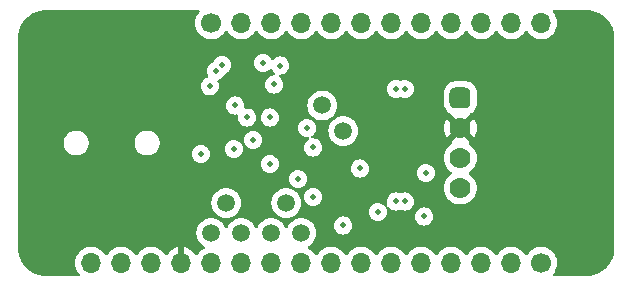
<source format=gbr>
%TF.GenerationSoftware,KiCad,Pcbnew,8.0.5*%
%TF.CreationDate,2024-09-24T12:34:27-04:00*%
%TF.ProjectId,afe-featherwing,6166652d-6665-4617-9468-657277696e67,rev?*%
%TF.SameCoordinates,Original*%
%TF.FileFunction,Copper,L2,Inr*%
%TF.FilePolarity,Positive*%
%FSLAX46Y46*%
G04 Gerber Fmt 4.6, Leading zero omitted, Abs format (unit mm)*
G04 Created by KiCad (PCBNEW 8.0.5) date 2024-09-24 12:34:27*
%MOMM*%
%LPD*%
G01*
G04 APERTURE LIST*
G04 Aperture macros list*
%AMRoundRect*
0 Rectangle with rounded corners*
0 $1 Rounding radius*
0 $2 $3 $4 $5 $6 $7 $8 $9 X,Y pos of 4 corners*
0 Add a 4 corners polygon primitive as box body*
4,1,4,$2,$3,$4,$5,$6,$7,$8,$9,$2,$3,0*
0 Add four circle primitives for the rounded corners*
1,1,$1+$1,$2,$3*
1,1,$1+$1,$4,$5*
1,1,$1+$1,$6,$7*
1,1,$1+$1,$8,$9*
0 Add four rect primitives between the rounded corners*
20,1,$1+$1,$2,$3,$4,$5,0*
20,1,$1+$1,$4,$5,$6,$7,0*
20,1,$1+$1,$6,$7,$8,$9,0*
20,1,$1+$1,$8,$9,$2,$3,0*%
G04 Aperture macros list end*
%TA.AperFunction,ComponentPad*%
%ADD10C,1.500000*%
%TD*%
%TA.AperFunction,ComponentPad*%
%ADD11RoundRect,0.444500X-0.444500X0.444500X-0.444500X-0.444500X0.444500X-0.444500X0.444500X0.444500X0*%
%TD*%
%TA.AperFunction,ComponentPad*%
%ADD12C,1.778000*%
%TD*%
%TA.AperFunction,ComponentPad*%
%ADD13C,1.700000*%
%TD*%
%TA.AperFunction,ComponentPad*%
%ADD14O,1.700000X1.700000*%
%TD*%
%TA.AperFunction,ViaPad*%
%ADD15C,0.508000*%
%TD*%
G04 APERTURE END LIST*
D10*
%TO.N,/ENVF_OUT_SCALED*%
%TO.C,TP8*%
X154940000Y-97790000D03*
%TD*%
%TO.N,/EF_OUT*%
%TO.C,TP7*%
X159766000Y-91694000D03*
%TD*%
%TO.N,/AMP_OUT {slash} EF_IN*%
%TO.C,TP6*%
X157988000Y-89535000D03*
%TD*%
%TO.N,/A3*%
%TO.C,TP5*%
X156210000Y-100330000D03*
%TD*%
%TO.N,/A2*%
%TO.C,TP4*%
X153670000Y-100330000D03*
%TD*%
%TO.N,/A1*%
%TO.C,TP3*%
X151130000Y-100330000D03*
%TD*%
%TO.N,/A0*%
%TO.C,TP2*%
X148590000Y-100330000D03*
%TD*%
%TO.N,/AMP_OUT_SCALED*%
%TO.C,TP1*%
X149860000Y-97790000D03*
%TD*%
D11*
%TO.N,+12V*%
%TO.C,J5*%
X169672000Y-88900000D03*
D12*
%TO.N,GND*%
X169672000Y-91440000D03*
%TO.N,-12V*%
X169672000Y-93980000D03*
%TO.N,Net-(JP10-B)*%
X169672000Y-96520000D03*
%TD*%
D13*
%TO.N,/VBAT*%
%TO.C,J3*%
X148590000Y-82550000D03*
D14*
%TO.N,/~{EN}*%
X151130000Y-82550000D03*
%TO.N,/USB*%
X153670000Y-82550000D03*
%TO.N,/D13*%
X156210000Y-82550000D03*
%TO.N,/D12*%
X158750000Y-82550000D03*
%TO.N,/D11*%
X161290000Y-82550000D03*
%TO.N,/D10*%
X163830000Y-82550000D03*
%TO.N,/D9*%
X166370000Y-82550000D03*
%TO.N,/D6*%
X168910000Y-82550000D03*
%TO.N,unconnected-(J3-Pad10)*%
X171450000Y-82550000D03*
%TO.N,/SCL*%
X173990000Y-82550000D03*
%TO.N,/SDA*%
X176530000Y-82550000D03*
%TD*%
%TO.N,/~{RST}*%
%TO.C,J2*%
X138430000Y-102870000D03*
%TO.N,unconnected-(J2-Pad15)*%
X140970000Y-102870000D03*
%TO.N,/VREF*%
X143510000Y-102870000D03*
%TO.N,GND*%
X146050000Y-102870000D03*
%TO.N,/A0*%
X148590000Y-102870000D03*
%TO.N,/A1*%
X151130000Y-102870000D03*
%TO.N,/A2*%
X153670000Y-102870000D03*
%TO.N,/A3*%
X156210000Y-102870000D03*
%TO.N,unconnected-(J2-Pad8)*%
X158750000Y-102870000D03*
%TO.N,unconnected-(J2-Pad7)*%
X161290000Y-102870000D03*
%TO.N,/SCK*%
X163830000Y-102870000D03*
%TO.N,/MOSI*%
X166370000Y-102870000D03*
%TO.N,/MISO*%
X168910000Y-102870000D03*
%TO.N,/RX*%
X171450000Y-102870000D03*
%TO.N,/TX*%
X173990000Y-102870000D03*
D13*
%TO.N,/USER*%
X176530000Y-102870000D03*
%TD*%
D15*
%TO.N,Net-(JP8-B)*%
X159766000Y-99695000D03*
%TO.N,Net-(JP5-B)*%
X162684400Y-98552000D03*
%TO.N,Net-(JP6-B)*%
X166624000Y-98933000D03*
%TO.N,/EF_BUFFERED*%
X155956000Y-95758000D03*
%TO.N,/RECTIFIER_OUT*%
X161163000Y-94869000D03*
%TO.N,/ENVF_OUT_SCALED*%
X166751000Y-95250000D03*
%TO.N,GND*%
X152019000Y-98806000D03*
X147828000Y-98552000D03*
%TO.N,/AMP_OUT {slash} EF_IN*%
X151638000Y-90551000D03*
X152146000Y-92456000D03*
%TO.N,Net-(JP7-B)*%
X157226000Y-97282000D03*
%TO.N,Net-(JP3-A)*%
X149509400Y-86113835D03*
%TO.N,Net-(JP4-A)*%
X148971000Y-86614000D03*
%TO.N,Net-(JP2-A)*%
X152971974Y-85915974D03*
%TO.N,Net-(JP1-B)*%
X153924000Y-87757000D03*
%TO.N,Net-(JP1-A)*%
X154432615Y-86151654D03*
%TO.N,+12V*%
X148463000Y-87916400D03*
X150622000Y-89535000D03*
X153543000Y-90551000D03*
X156718000Y-91440000D03*
X164973000Y-88138000D03*
X164211000Y-88138000D03*
%TO.N,-12V*%
X147701000Y-93631400D03*
X150495000Y-93218000D03*
X153543000Y-94488000D03*
X157226000Y-93091000D03*
X164973000Y-97663000D03*
X164211000Y-97663000D03*
%TO.N,GND*%
X149606000Y-92075000D03*
X163703000Y-91948000D03*
X163703000Y-90932000D03*
X163703000Y-90043000D03*
X163703000Y-95885000D03*
X163703000Y-94996000D03*
X163703000Y-94107000D03*
X138430000Y-96520000D03*
X139446000Y-96520000D03*
X140208000Y-88646000D03*
X137414000Y-88773000D03*
X142875000Y-88646000D03*
X143891000Y-88646000D03*
X143764000Y-85852000D03*
X142875000Y-85852000D03*
X149987000Y-88392000D03*
X149606000Y-94615000D03*
X149606000Y-90678000D03*
X154940000Y-90551000D03*
%TD*%
%TA.AperFunction,Conductor*%
%TO.N,GND*%
G36*
X147552752Y-81452902D02*
G01*
X147599245Y-81506558D01*
X147609349Y-81576832D01*
X147579855Y-81641412D01*
X147577331Y-81644238D01*
X147514285Y-81712722D01*
X147514275Y-81712734D01*
X147391141Y-81901206D01*
X147300703Y-82107386D01*
X147300702Y-82107387D01*
X147245437Y-82325624D01*
X147245436Y-82325630D01*
X147245436Y-82325632D01*
X147226844Y-82550000D01*
X147239616Y-82704138D01*
X147245437Y-82774375D01*
X147300702Y-82992612D01*
X147300703Y-82992613D01*
X147300704Y-82992616D01*
X147389781Y-83195692D01*
X147391141Y-83198793D01*
X147514275Y-83387265D01*
X147514279Y-83387270D01*
X147666762Y-83552908D01*
X147721331Y-83595381D01*
X147844424Y-83691189D01*
X148042426Y-83798342D01*
X148042427Y-83798342D01*
X148042428Y-83798343D01*
X148116597Y-83823805D01*
X148255365Y-83871444D01*
X148477431Y-83908500D01*
X148477435Y-83908500D01*
X148702565Y-83908500D01*
X148702569Y-83908500D01*
X148924635Y-83871444D01*
X149137574Y-83798342D01*
X149335576Y-83691189D01*
X149513240Y-83552906D01*
X149665722Y-83387268D01*
X149754518Y-83251354D01*
X149808520Y-83205268D01*
X149878868Y-83195692D01*
X149943225Y-83225669D01*
X149965480Y-83251353D01*
X149998607Y-83302058D01*
X150054275Y-83387265D01*
X150054279Y-83387270D01*
X150206762Y-83552908D01*
X150261331Y-83595381D01*
X150384424Y-83691189D01*
X150582426Y-83798342D01*
X150582427Y-83798342D01*
X150582428Y-83798343D01*
X150656597Y-83823805D01*
X150795365Y-83871444D01*
X151017431Y-83908500D01*
X151017435Y-83908500D01*
X151242565Y-83908500D01*
X151242569Y-83908500D01*
X151464635Y-83871444D01*
X151677574Y-83798342D01*
X151875576Y-83691189D01*
X152053240Y-83552906D01*
X152205722Y-83387268D01*
X152294518Y-83251354D01*
X152348520Y-83205268D01*
X152418868Y-83195692D01*
X152483225Y-83225669D01*
X152505480Y-83251353D01*
X152538607Y-83302058D01*
X152594275Y-83387265D01*
X152594279Y-83387270D01*
X152746762Y-83552908D01*
X152801331Y-83595381D01*
X152924424Y-83691189D01*
X153122426Y-83798342D01*
X153122427Y-83798342D01*
X153122428Y-83798343D01*
X153196597Y-83823805D01*
X153335365Y-83871444D01*
X153557431Y-83908500D01*
X153557435Y-83908500D01*
X153782565Y-83908500D01*
X153782569Y-83908500D01*
X154004635Y-83871444D01*
X154217574Y-83798342D01*
X154415576Y-83691189D01*
X154593240Y-83552906D01*
X154745722Y-83387268D01*
X154834518Y-83251354D01*
X154888520Y-83205268D01*
X154958868Y-83195692D01*
X155023225Y-83225669D01*
X155045480Y-83251353D01*
X155078607Y-83302058D01*
X155134275Y-83387265D01*
X155134279Y-83387270D01*
X155286762Y-83552908D01*
X155341331Y-83595381D01*
X155464424Y-83691189D01*
X155662426Y-83798342D01*
X155662427Y-83798342D01*
X155662428Y-83798343D01*
X155736597Y-83823805D01*
X155875365Y-83871444D01*
X156097431Y-83908500D01*
X156097435Y-83908500D01*
X156322565Y-83908500D01*
X156322569Y-83908500D01*
X156544635Y-83871444D01*
X156757574Y-83798342D01*
X156955576Y-83691189D01*
X157133240Y-83552906D01*
X157285722Y-83387268D01*
X157374518Y-83251354D01*
X157428520Y-83205268D01*
X157498868Y-83195692D01*
X157563225Y-83225669D01*
X157585480Y-83251353D01*
X157618607Y-83302058D01*
X157674275Y-83387265D01*
X157674279Y-83387270D01*
X157826762Y-83552908D01*
X157881331Y-83595381D01*
X158004424Y-83691189D01*
X158202426Y-83798342D01*
X158202427Y-83798342D01*
X158202428Y-83798343D01*
X158276597Y-83823805D01*
X158415365Y-83871444D01*
X158637431Y-83908500D01*
X158637435Y-83908500D01*
X158862565Y-83908500D01*
X158862569Y-83908500D01*
X159084635Y-83871444D01*
X159297574Y-83798342D01*
X159495576Y-83691189D01*
X159673240Y-83552906D01*
X159825722Y-83387268D01*
X159914518Y-83251354D01*
X159968520Y-83205268D01*
X160038868Y-83195692D01*
X160103225Y-83225669D01*
X160125480Y-83251353D01*
X160158607Y-83302058D01*
X160214275Y-83387265D01*
X160214279Y-83387270D01*
X160366762Y-83552908D01*
X160421331Y-83595381D01*
X160544424Y-83691189D01*
X160742426Y-83798342D01*
X160742427Y-83798342D01*
X160742428Y-83798343D01*
X160816597Y-83823805D01*
X160955365Y-83871444D01*
X161177431Y-83908500D01*
X161177435Y-83908500D01*
X161402565Y-83908500D01*
X161402569Y-83908500D01*
X161624635Y-83871444D01*
X161837574Y-83798342D01*
X162035576Y-83691189D01*
X162213240Y-83552906D01*
X162365722Y-83387268D01*
X162454518Y-83251354D01*
X162508520Y-83205268D01*
X162578868Y-83195692D01*
X162643225Y-83225669D01*
X162665480Y-83251353D01*
X162698607Y-83302058D01*
X162754275Y-83387265D01*
X162754279Y-83387270D01*
X162906762Y-83552908D01*
X162961331Y-83595381D01*
X163084424Y-83691189D01*
X163282426Y-83798342D01*
X163282427Y-83798342D01*
X163282428Y-83798343D01*
X163356597Y-83823805D01*
X163495365Y-83871444D01*
X163717431Y-83908500D01*
X163717435Y-83908500D01*
X163942565Y-83908500D01*
X163942569Y-83908500D01*
X164164635Y-83871444D01*
X164377574Y-83798342D01*
X164575576Y-83691189D01*
X164753240Y-83552906D01*
X164905722Y-83387268D01*
X164994518Y-83251354D01*
X165048520Y-83205268D01*
X165118868Y-83195692D01*
X165183225Y-83225669D01*
X165205480Y-83251353D01*
X165238607Y-83302058D01*
X165294275Y-83387265D01*
X165294279Y-83387270D01*
X165446762Y-83552908D01*
X165501331Y-83595381D01*
X165624424Y-83691189D01*
X165822426Y-83798342D01*
X165822427Y-83798342D01*
X165822428Y-83798343D01*
X165896597Y-83823805D01*
X166035365Y-83871444D01*
X166257431Y-83908500D01*
X166257435Y-83908500D01*
X166482565Y-83908500D01*
X166482569Y-83908500D01*
X166704635Y-83871444D01*
X166917574Y-83798342D01*
X167115576Y-83691189D01*
X167293240Y-83552906D01*
X167445722Y-83387268D01*
X167534518Y-83251354D01*
X167588520Y-83205268D01*
X167658868Y-83195692D01*
X167723225Y-83225669D01*
X167745480Y-83251353D01*
X167778607Y-83302058D01*
X167834275Y-83387265D01*
X167834279Y-83387270D01*
X167986762Y-83552908D01*
X168041331Y-83595381D01*
X168164424Y-83691189D01*
X168362426Y-83798342D01*
X168362427Y-83798342D01*
X168362428Y-83798343D01*
X168436597Y-83823805D01*
X168575365Y-83871444D01*
X168797431Y-83908500D01*
X168797435Y-83908500D01*
X169022565Y-83908500D01*
X169022569Y-83908500D01*
X169244635Y-83871444D01*
X169457574Y-83798342D01*
X169655576Y-83691189D01*
X169833240Y-83552906D01*
X169985722Y-83387268D01*
X170074518Y-83251354D01*
X170128520Y-83205268D01*
X170198868Y-83195692D01*
X170263225Y-83225669D01*
X170285480Y-83251353D01*
X170318607Y-83302058D01*
X170374275Y-83387265D01*
X170374279Y-83387270D01*
X170526762Y-83552908D01*
X170581331Y-83595381D01*
X170704424Y-83691189D01*
X170902426Y-83798342D01*
X170902427Y-83798342D01*
X170902428Y-83798343D01*
X170976597Y-83823805D01*
X171115365Y-83871444D01*
X171337431Y-83908500D01*
X171337435Y-83908500D01*
X171562565Y-83908500D01*
X171562569Y-83908500D01*
X171784635Y-83871444D01*
X171997574Y-83798342D01*
X172195576Y-83691189D01*
X172373240Y-83552906D01*
X172525722Y-83387268D01*
X172614518Y-83251354D01*
X172668520Y-83205268D01*
X172738868Y-83195692D01*
X172803225Y-83225669D01*
X172825480Y-83251353D01*
X172858607Y-83302058D01*
X172914275Y-83387265D01*
X172914279Y-83387270D01*
X173066762Y-83552908D01*
X173121331Y-83595381D01*
X173244424Y-83691189D01*
X173442426Y-83798342D01*
X173442427Y-83798342D01*
X173442428Y-83798343D01*
X173516597Y-83823805D01*
X173655365Y-83871444D01*
X173877431Y-83908500D01*
X173877435Y-83908500D01*
X174102565Y-83908500D01*
X174102569Y-83908500D01*
X174324635Y-83871444D01*
X174537574Y-83798342D01*
X174735576Y-83691189D01*
X174913240Y-83552906D01*
X175065722Y-83387268D01*
X175154518Y-83251354D01*
X175208520Y-83205268D01*
X175278868Y-83195692D01*
X175343225Y-83225669D01*
X175365480Y-83251353D01*
X175398607Y-83302058D01*
X175454275Y-83387265D01*
X175454279Y-83387270D01*
X175606762Y-83552908D01*
X175661331Y-83595381D01*
X175784424Y-83691189D01*
X175982426Y-83798342D01*
X175982427Y-83798342D01*
X175982428Y-83798343D01*
X176056597Y-83823805D01*
X176195365Y-83871444D01*
X176417431Y-83908500D01*
X176417435Y-83908500D01*
X176642565Y-83908500D01*
X176642569Y-83908500D01*
X176864635Y-83871444D01*
X177077574Y-83798342D01*
X177275576Y-83691189D01*
X177453240Y-83552906D01*
X177605722Y-83387268D01*
X177728860Y-83198791D01*
X177819296Y-82992616D01*
X177874564Y-82774368D01*
X177893156Y-82550000D01*
X177874564Y-82325632D01*
X177874562Y-82325624D01*
X177819297Y-82107387D01*
X177819296Y-82107386D01*
X177819296Y-82107384D01*
X177728860Y-81901209D01*
X177722140Y-81890924D01*
X177605724Y-81712734D01*
X177605714Y-81712722D01*
X177542669Y-81644238D01*
X177511247Y-81580574D01*
X177519233Y-81510028D01*
X177564092Y-81454998D01*
X177631580Y-81432957D01*
X177635369Y-81432900D01*
X180305102Y-81432900D01*
X180336194Y-81432900D01*
X180343801Y-81433130D01*
X180370172Y-81434725D01*
X180620135Y-81449845D01*
X180635217Y-81451676D01*
X180903783Y-81500892D01*
X180918529Y-81504527D01*
X181179213Y-81585759D01*
X181193426Y-81591150D01*
X181442389Y-81703199D01*
X181455854Y-81710265D01*
X181689511Y-81851516D01*
X181702024Y-81860153D01*
X181916946Y-82028534D01*
X181928334Y-82038624D01*
X182121375Y-82231665D01*
X182131465Y-82243053D01*
X182299846Y-82457975D01*
X182308485Y-82470492D01*
X182449730Y-82704138D01*
X182456800Y-82717610D01*
X182568847Y-82966569D01*
X182574243Y-82980795D01*
X182642173Y-83198791D01*
X182655468Y-83241454D01*
X182659109Y-83256228D01*
X182708321Y-83524770D01*
X182710155Y-83539874D01*
X182726870Y-83816197D01*
X182727100Y-83823805D01*
X182727101Y-101565102D01*
X182727101Y-101596195D01*
X182726871Y-101603803D01*
X182710156Y-101880126D01*
X182708322Y-101895230D01*
X182659110Y-102163772D01*
X182655469Y-102178546D01*
X182574244Y-102439205D01*
X182568848Y-102453431D01*
X182456801Y-102702389D01*
X182449730Y-102715862D01*
X182308486Y-102949508D01*
X182299843Y-102962029D01*
X182131470Y-103176942D01*
X182121380Y-103188331D01*
X181928331Y-103381380D01*
X181916942Y-103391470D01*
X181702029Y-103559843D01*
X181689508Y-103568486D01*
X181455862Y-103709730D01*
X181442389Y-103716801D01*
X181193431Y-103828848D01*
X181179205Y-103834244D01*
X180918546Y-103915469D01*
X180903772Y-103919110D01*
X180635230Y-103968322D01*
X180620126Y-103970156D01*
X180383587Y-103984463D01*
X180343802Y-103986870D01*
X180336196Y-103987100D01*
X177635369Y-103987100D01*
X177567248Y-103967098D01*
X177520755Y-103913442D01*
X177510651Y-103843168D01*
X177540145Y-103778588D01*
X177542669Y-103775762D01*
X177605714Y-103707277D01*
X177605724Y-103707265D01*
X177668549Y-103611104D01*
X177728860Y-103518791D01*
X177819296Y-103312616D01*
X177874564Y-103094368D01*
X177893156Y-102870000D01*
X177874564Y-102645632D01*
X177824131Y-102446477D01*
X177819297Y-102427387D01*
X177819296Y-102427386D01*
X177819296Y-102427384D01*
X177728860Y-102221209D01*
X177711597Y-102194786D01*
X177605724Y-102032734D01*
X177605720Y-102032729D01*
X177465235Y-101880124D01*
X177453240Y-101867094D01*
X177453239Y-101867093D01*
X177453237Y-101867091D01*
X177371382Y-101803381D01*
X177275576Y-101728811D01*
X177077574Y-101621658D01*
X177077572Y-101621657D01*
X177077571Y-101621656D01*
X176864639Y-101548557D01*
X176864630Y-101548555D01*
X176787029Y-101535606D01*
X176642569Y-101511500D01*
X176417431Y-101511500D01*
X176272971Y-101535606D01*
X176195369Y-101548555D01*
X176195360Y-101548557D01*
X175982428Y-101621656D01*
X175982426Y-101621658D01*
X175784426Y-101728810D01*
X175784424Y-101728811D01*
X175606762Y-101867091D01*
X175454279Y-102032729D01*
X175365483Y-102168643D01*
X175311479Y-102214731D01*
X175241131Y-102224306D01*
X175176774Y-102194329D01*
X175154517Y-102168643D01*
X175065720Y-102032729D01*
X174925235Y-101880124D01*
X174913240Y-101867094D01*
X174913239Y-101867093D01*
X174913237Y-101867091D01*
X174831382Y-101803381D01*
X174735576Y-101728811D01*
X174537574Y-101621658D01*
X174537572Y-101621657D01*
X174537571Y-101621656D01*
X174324639Y-101548557D01*
X174324630Y-101548555D01*
X174247029Y-101535606D01*
X174102569Y-101511500D01*
X173877431Y-101511500D01*
X173732971Y-101535606D01*
X173655369Y-101548555D01*
X173655360Y-101548557D01*
X173442428Y-101621656D01*
X173442426Y-101621658D01*
X173244426Y-101728810D01*
X173244424Y-101728811D01*
X173066762Y-101867091D01*
X172914279Y-102032729D01*
X172825483Y-102168643D01*
X172771479Y-102214731D01*
X172701131Y-102224306D01*
X172636774Y-102194329D01*
X172614517Y-102168643D01*
X172525720Y-102032729D01*
X172385235Y-101880124D01*
X172373240Y-101867094D01*
X172373239Y-101867093D01*
X172373237Y-101867091D01*
X172291382Y-101803381D01*
X172195576Y-101728811D01*
X171997574Y-101621658D01*
X171997572Y-101621657D01*
X171997571Y-101621656D01*
X171784639Y-101548557D01*
X171784630Y-101548555D01*
X171707029Y-101535606D01*
X171562569Y-101511500D01*
X171337431Y-101511500D01*
X171192971Y-101535606D01*
X171115369Y-101548555D01*
X171115360Y-101548557D01*
X170902428Y-101621656D01*
X170902426Y-101621658D01*
X170704426Y-101728810D01*
X170704424Y-101728811D01*
X170526762Y-101867091D01*
X170374279Y-102032729D01*
X170285483Y-102168643D01*
X170231479Y-102214731D01*
X170161131Y-102224306D01*
X170096774Y-102194329D01*
X170074517Y-102168643D01*
X169985720Y-102032729D01*
X169845235Y-101880124D01*
X169833240Y-101867094D01*
X169833239Y-101867093D01*
X169833237Y-101867091D01*
X169751382Y-101803381D01*
X169655576Y-101728811D01*
X169457574Y-101621658D01*
X169457572Y-101621657D01*
X169457571Y-101621656D01*
X169244639Y-101548557D01*
X169244630Y-101548555D01*
X169167029Y-101535606D01*
X169022569Y-101511500D01*
X168797431Y-101511500D01*
X168652971Y-101535606D01*
X168575369Y-101548555D01*
X168575360Y-101548557D01*
X168362428Y-101621656D01*
X168362426Y-101621658D01*
X168164426Y-101728810D01*
X168164424Y-101728811D01*
X167986762Y-101867091D01*
X167834279Y-102032729D01*
X167745483Y-102168643D01*
X167691479Y-102214731D01*
X167621131Y-102224306D01*
X167556774Y-102194329D01*
X167534517Y-102168643D01*
X167445720Y-102032729D01*
X167305235Y-101880124D01*
X167293240Y-101867094D01*
X167293239Y-101867093D01*
X167293237Y-101867091D01*
X167211382Y-101803381D01*
X167115576Y-101728811D01*
X166917574Y-101621658D01*
X166917572Y-101621657D01*
X166917571Y-101621656D01*
X166704639Y-101548557D01*
X166704630Y-101548555D01*
X166627029Y-101535606D01*
X166482569Y-101511500D01*
X166257431Y-101511500D01*
X166112971Y-101535606D01*
X166035369Y-101548555D01*
X166035360Y-101548557D01*
X165822428Y-101621656D01*
X165822426Y-101621658D01*
X165624426Y-101728810D01*
X165624424Y-101728811D01*
X165446762Y-101867091D01*
X165294279Y-102032729D01*
X165205483Y-102168643D01*
X165151479Y-102214731D01*
X165081131Y-102224306D01*
X165016774Y-102194329D01*
X164994517Y-102168643D01*
X164905720Y-102032729D01*
X164765235Y-101880124D01*
X164753240Y-101867094D01*
X164753239Y-101867093D01*
X164753237Y-101867091D01*
X164671382Y-101803381D01*
X164575576Y-101728811D01*
X164377574Y-101621658D01*
X164377572Y-101621657D01*
X164377571Y-101621656D01*
X164164639Y-101548557D01*
X164164630Y-101548555D01*
X164087029Y-101535606D01*
X163942569Y-101511500D01*
X163717431Y-101511500D01*
X163572971Y-101535606D01*
X163495369Y-101548555D01*
X163495360Y-101548557D01*
X163282428Y-101621656D01*
X163282426Y-101621658D01*
X163084426Y-101728810D01*
X163084424Y-101728811D01*
X162906762Y-101867091D01*
X162754279Y-102032729D01*
X162665483Y-102168643D01*
X162611479Y-102214731D01*
X162541131Y-102224306D01*
X162476774Y-102194329D01*
X162454517Y-102168643D01*
X162365720Y-102032729D01*
X162225235Y-101880124D01*
X162213240Y-101867094D01*
X162213239Y-101867093D01*
X162213237Y-101867091D01*
X162131382Y-101803381D01*
X162035576Y-101728811D01*
X161837574Y-101621658D01*
X161837572Y-101621657D01*
X161837571Y-101621656D01*
X161624639Y-101548557D01*
X161624630Y-101548555D01*
X161547029Y-101535606D01*
X161402569Y-101511500D01*
X161177431Y-101511500D01*
X161032971Y-101535606D01*
X160955369Y-101548555D01*
X160955360Y-101548557D01*
X160742428Y-101621656D01*
X160742426Y-101621658D01*
X160544426Y-101728810D01*
X160544424Y-101728811D01*
X160366762Y-101867091D01*
X160214279Y-102032729D01*
X160125483Y-102168643D01*
X160071479Y-102214731D01*
X160001131Y-102224306D01*
X159936774Y-102194329D01*
X159914517Y-102168643D01*
X159825720Y-102032729D01*
X159685235Y-101880124D01*
X159673240Y-101867094D01*
X159673239Y-101867093D01*
X159673237Y-101867091D01*
X159591382Y-101803381D01*
X159495576Y-101728811D01*
X159297574Y-101621658D01*
X159297572Y-101621657D01*
X159297571Y-101621656D01*
X159084639Y-101548557D01*
X159084630Y-101548555D01*
X159007029Y-101535606D01*
X158862569Y-101511500D01*
X158637431Y-101511500D01*
X158492971Y-101535606D01*
X158415369Y-101548555D01*
X158415360Y-101548557D01*
X158202428Y-101621656D01*
X158202426Y-101621658D01*
X158004426Y-101728810D01*
X158004424Y-101728811D01*
X157826762Y-101867091D01*
X157674279Y-102032729D01*
X157585483Y-102168643D01*
X157531479Y-102214731D01*
X157461131Y-102224306D01*
X157396774Y-102194329D01*
X157374517Y-102168643D01*
X157285720Y-102032729D01*
X157145235Y-101880124D01*
X157133240Y-101867094D01*
X157133239Y-101867093D01*
X157133237Y-101867091D01*
X157051382Y-101803381D01*
X156955576Y-101728811D01*
X156820582Y-101655756D01*
X156770192Y-101605744D01*
X156754840Y-101536427D01*
X156779401Y-101469814D01*
X156827302Y-101430748D01*
X156841654Y-101424056D01*
X157022038Y-101297749D01*
X157177749Y-101142038D01*
X157304056Y-100961654D01*
X157397120Y-100762076D01*
X157454115Y-100549371D01*
X157473307Y-100330000D01*
X157454115Y-100110629D01*
X157397120Y-99897924D01*
X157304056Y-99698347D01*
X157301712Y-99695000D01*
X158998675Y-99695000D01*
X159017912Y-99865744D01*
X159074664Y-100027930D01*
X159074665Y-100027933D01*
X159166079Y-100173417D01*
X159166080Y-100173419D01*
X159287580Y-100294919D01*
X159287582Y-100294920D01*
X159433066Y-100386334D01*
X159433067Y-100386334D01*
X159433070Y-100386336D01*
X159595254Y-100443087D01*
X159595253Y-100443087D01*
X159612543Y-100445034D01*
X159766000Y-100462325D01*
X159936746Y-100443087D01*
X160098930Y-100386336D01*
X160244419Y-100294919D01*
X160365919Y-100173419D01*
X160457336Y-100027930D01*
X160514087Y-99865746D01*
X160533325Y-99695000D01*
X160514087Y-99524254D01*
X160457336Y-99362070D01*
X160457334Y-99362067D01*
X160457334Y-99362066D01*
X160365920Y-99216582D01*
X160365919Y-99216580D01*
X160244419Y-99095080D01*
X160244417Y-99095079D01*
X160098933Y-99003665D01*
X160098930Y-99003664D01*
X160023066Y-98977118D01*
X159936746Y-98946913D01*
X159936744Y-98946912D01*
X159936746Y-98946912D01*
X159766000Y-98927675D01*
X159595255Y-98946912D01*
X159433069Y-99003664D01*
X159433066Y-99003665D01*
X159287582Y-99095079D01*
X159287580Y-99095080D01*
X159166080Y-99216580D01*
X159166079Y-99216582D01*
X159074665Y-99362066D01*
X159074664Y-99362069D01*
X159017912Y-99524255D01*
X158998675Y-99695000D01*
X157301712Y-99695000D01*
X157177749Y-99517962D01*
X157022038Y-99362251D01*
X157021778Y-99362069D01*
X156884482Y-99265933D01*
X156841654Y-99235944D01*
X156800130Y-99216581D01*
X156642079Y-99142881D01*
X156642073Y-99142879D01*
X156496028Y-99103746D01*
X156429371Y-99085885D01*
X156210000Y-99066693D01*
X155990629Y-99085885D01*
X155777926Y-99142879D01*
X155777920Y-99142881D01*
X155578346Y-99235944D01*
X155397965Y-99362248D01*
X155397959Y-99362253D01*
X155242253Y-99517959D01*
X155242248Y-99517965D01*
X155115944Y-99698346D01*
X155054195Y-99830768D01*
X155007278Y-99884053D01*
X154939000Y-99903514D01*
X154871040Y-99882972D01*
X154825805Y-99830768D01*
X154764978Y-99700325D01*
X154764056Y-99698347D01*
X154637749Y-99517962D01*
X154482038Y-99362251D01*
X154481778Y-99362069D01*
X154344482Y-99265933D01*
X154301654Y-99235944D01*
X154260130Y-99216581D01*
X154102079Y-99142881D01*
X154102073Y-99142879D01*
X153956028Y-99103746D01*
X153889371Y-99085885D01*
X153670000Y-99066693D01*
X153450629Y-99085885D01*
X153237926Y-99142879D01*
X153237920Y-99142881D01*
X153038346Y-99235944D01*
X152857965Y-99362248D01*
X152857959Y-99362253D01*
X152702253Y-99517959D01*
X152702248Y-99517965D01*
X152575944Y-99698346D01*
X152514195Y-99830768D01*
X152467278Y-99884053D01*
X152399000Y-99903514D01*
X152331040Y-99882972D01*
X152285805Y-99830768D01*
X152224978Y-99700325D01*
X152224056Y-99698347D01*
X152097749Y-99517962D01*
X151942038Y-99362251D01*
X151941778Y-99362069D01*
X151804482Y-99265933D01*
X151761654Y-99235944D01*
X151720130Y-99216581D01*
X151562079Y-99142881D01*
X151562073Y-99142879D01*
X151416028Y-99103746D01*
X151349371Y-99085885D01*
X151130000Y-99066693D01*
X150910629Y-99085885D01*
X150697926Y-99142879D01*
X150697920Y-99142881D01*
X150498346Y-99235944D01*
X150317965Y-99362248D01*
X150317959Y-99362253D01*
X150162253Y-99517959D01*
X150162248Y-99517965D01*
X150035944Y-99698346D01*
X149974195Y-99830768D01*
X149927278Y-99884053D01*
X149859000Y-99903514D01*
X149791040Y-99882972D01*
X149745805Y-99830768D01*
X149684978Y-99700325D01*
X149684056Y-99698347D01*
X149557749Y-99517962D01*
X149402038Y-99362251D01*
X149401778Y-99362069D01*
X149264482Y-99265933D01*
X149221654Y-99235944D01*
X149180130Y-99216581D01*
X149022079Y-99142881D01*
X149022073Y-99142879D01*
X148876028Y-99103746D01*
X148809371Y-99085885D01*
X148590000Y-99066693D01*
X148370629Y-99085885D01*
X148157926Y-99142879D01*
X148157920Y-99142881D01*
X147958346Y-99235944D01*
X147777965Y-99362248D01*
X147777959Y-99362253D01*
X147622253Y-99517959D01*
X147622248Y-99517965D01*
X147495944Y-99698346D01*
X147402881Y-99897920D01*
X147402879Y-99897926D01*
X147345885Y-100110629D01*
X147326693Y-100330000D01*
X147345885Y-100549370D01*
X147402879Y-100762073D01*
X147402881Y-100762079D01*
X147409851Y-100777026D01*
X147495944Y-100961654D01*
X147622251Y-101142038D01*
X147622254Y-101142042D01*
X147777957Y-101297745D01*
X147777961Y-101297748D01*
X147777962Y-101297749D01*
X147958346Y-101424056D01*
X147970484Y-101429716D01*
X147972697Y-101430748D01*
X148025982Y-101477665D01*
X148045443Y-101545943D01*
X148024901Y-101613903D01*
X147979417Y-101655756D01*
X147870899Y-101714483D01*
X147844422Y-101728812D01*
X147666762Y-101867091D01*
X147514279Y-102032729D01*
X147425183Y-102169101D01*
X147371179Y-102215189D01*
X147300831Y-102224764D01*
X147236474Y-102194786D01*
X147214217Y-102169100D01*
X147125327Y-102033044D01*
X146972902Y-101867465D01*
X146795301Y-101729232D01*
X146795300Y-101729231D01*
X146597371Y-101622117D01*
X146597369Y-101622116D01*
X146384512Y-101549043D01*
X146384501Y-101549040D01*
X146304000Y-101535606D01*
X146304000Y-102439297D01*
X146242993Y-102404075D01*
X146115826Y-102370000D01*
X145984174Y-102370000D01*
X145857007Y-102404075D01*
X145796000Y-102439297D01*
X145796000Y-101535607D01*
X145795999Y-101535606D01*
X145715498Y-101549040D01*
X145715487Y-101549043D01*
X145502630Y-101622116D01*
X145502628Y-101622117D01*
X145304699Y-101729231D01*
X145304698Y-101729232D01*
X145127097Y-101867465D01*
X144974670Y-102033045D01*
X144885780Y-102169101D01*
X144831776Y-102215189D01*
X144761428Y-102224764D01*
X144697071Y-102194786D01*
X144674816Y-102169101D01*
X144598172Y-102051788D01*
X144585724Y-102032734D01*
X144585720Y-102032729D01*
X144445235Y-101880124D01*
X144433240Y-101867094D01*
X144433239Y-101867093D01*
X144433237Y-101867091D01*
X144351382Y-101803381D01*
X144255576Y-101728811D01*
X144057574Y-101621658D01*
X144057572Y-101621657D01*
X144057571Y-101621656D01*
X143844639Y-101548557D01*
X143844630Y-101548555D01*
X143767029Y-101535606D01*
X143622569Y-101511500D01*
X143397431Y-101511500D01*
X143252971Y-101535606D01*
X143175369Y-101548555D01*
X143175360Y-101548557D01*
X142962428Y-101621656D01*
X142962426Y-101621658D01*
X142764426Y-101728810D01*
X142764424Y-101728811D01*
X142586762Y-101867091D01*
X142434279Y-102032729D01*
X142345483Y-102168643D01*
X142291479Y-102214731D01*
X142221131Y-102224306D01*
X142156774Y-102194329D01*
X142134517Y-102168643D01*
X142045720Y-102032729D01*
X141905235Y-101880124D01*
X141893240Y-101867094D01*
X141893239Y-101867093D01*
X141893237Y-101867091D01*
X141811382Y-101803381D01*
X141715576Y-101728811D01*
X141517574Y-101621658D01*
X141517572Y-101621657D01*
X141517571Y-101621656D01*
X141304639Y-101548557D01*
X141304630Y-101548555D01*
X141227029Y-101535606D01*
X141082569Y-101511500D01*
X140857431Y-101511500D01*
X140712971Y-101535606D01*
X140635369Y-101548555D01*
X140635360Y-101548557D01*
X140422428Y-101621656D01*
X140422426Y-101621658D01*
X140224426Y-101728810D01*
X140224424Y-101728811D01*
X140046762Y-101867091D01*
X139894279Y-102032729D01*
X139805483Y-102168643D01*
X139751479Y-102214731D01*
X139681131Y-102224306D01*
X139616774Y-102194329D01*
X139594517Y-102168643D01*
X139505720Y-102032729D01*
X139365235Y-101880124D01*
X139353240Y-101867094D01*
X139353239Y-101867093D01*
X139353237Y-101867091D01*
X139271382Y-101803381D01*
X139175576Y-101728811D01*
X138977574Y-101621658D01*
X138977572Y-101621657D01*
X138977571Y-101621656D01*
X138764639Y-101548557D01*
X138764630Y-101548555D01*
X138687029Y-101535606D01*
X138542569Y-101511500D01*
X138317431Y-101511500D01*
X138172971Y-101535606D01*
X138095369Y-101548555D01*
X138095360Y-101548557D01*
X137882428Y-101621656D01*
X137882426Y-101621658D01*
X137684426Y-101728810D01*
X137684424Y-101728811D01*
X137506762Y-101867091D01*
X137354279Y-102032729D01*
X137354275Y-102032734D01*
X137231141Y-102221206D01*
X137140703Y-102427386D01*
X137140702Y-102427387D01*
X137085437Y-102645624D01*
X137085436Y-102645630D01*
X137085436Y-102645632D01*
X137066844Y-102870000D01*
X137083095Y-103066121D01*
X137085437Y-103094375D01*
X137140702Y-103312612D01*
X137140703Y-103312613D01*
X137140704Y-103312616D01*
X137177820Y-103397232D01*
X137231141Y-103518793D01*
X137354275Y-103707265D01*
X137354285Y-103707277D01*
X137417331Y-103775762D01*
X137448753Y-103839426D01*
X137440767Y-103909972D01*
X137395908Y-103965002D01*
X137328420Y-103987043D01*
X137324631Y-103987100D01*
X134623806Y-103987100D01*
X134616198Y-103986870D01*
X134339874Y-103970155D01*
X134324770Y-103968321D01*
X134056228Y-103919109D01*
X134041458Y-103915469D01*
X133780795Y-103834243D01*
X133766569Y-103828847D01*
X133517610Y-103716800D01*
X133504138Y-103709730D01*
X133500065Y-103707268D01*
X133270492Y-103568485D01*
X133257975Y-103559846D01*
X133239879Y-103545669D01*
X133043053Y-103391465D01*
X133031665Y-103381375D01*
X132838624Y-103188334D01*
X132828534Y-103176946D01*
X132741708Y-103066121D01*
X132660150Y-102962020D01*
X132651514Y-102949508D01*
X132510265Y-102715854D01*
X132503199Y-102702389D01*
X132477651Y-102645624D01*
X132391150Y-102453426D01*
X132385759Y-102439213D01*
X132304527Y-102178529D01*
X132300892Y-102163783D01*
X132251676Y-101895217D01*
X132249845Y-101880135D01*
X132233741Y-101613903D01*
X132233130Y-101603801D01*
X132232900Y-101596194D01*
X132232900Y-97790000D01*
X148596693Y-97790000D01*
X148615885Y-98009371D01*
X148646330Y-98122991D01*
X148672879Y-98222073D01*
X148672881Y-98222079D01*
X148765942Y-98421650D01*
X148765944Y-98421654D01*
X148789001Y-98454582D01*
X148892251Y-98602038D01*
X148892254Y-98602042D01*
X149047957Y-98757745D01*
X149047961Y-98757748D01*
X149047962Y-98757749D01*
X149228346Y-98884056D01*
X149427924Y-98977120D01*
X149640629Y-99034115D01*
X149860000Y-99053307D01*
X150079371Y-99034115D01*
X150292076Y-98977120D01*
X150491654Y-98884056D01*
X150672038Y-98757749D01*
X150827749Y-98602038D01*
X150954056Y-98421654D01*
X151047120Y-98222076D01*
X151104115Y-98009371D01*
X151123307Y-97790000D01*
X153676693Y-97790000D01*
X153695885Y-98009371D01*
X153726330Y-98122991D01*
X153752879Y-98222073D01*
X153752881Y-98222079D01*
X153845942Y-98421650D01*
X153845944Y-98421654D01*
X153869001Y-98454582D01*
X153972251Y-98602038D01*
X153972254Y-98602042D01*
X154127957Y-98757745D01*
X154127961Y-98757748D01*
X154127962Y-98757749D01*
X154308346Y-98884056D01*
X154507924Y-98977120D01*
X154720629Y-99034115D01*
X154940000Y-99053307D01*
X155159371Y-99034115D01*
X155372076Y-98977120D01*
X155571654Y-98884056D01*
X155752038Y-98757749D01*
X155907749Y-98602038D01*
X155942786Y-98552000D01*
X161917075Y-98552000D01*
X161936312Y-98722744D01*
X161993064Y-98884930D01*
X161993065Y-98884933D01*
X162084479Y-99030417D01*
X162084480Y-99030419D01*
X162205980Y-99151919D01*
X162205982Y-99151920D01*
X162351466Y-99243334D01*
X162351467Y-99243334D01*
X162351470Y-99243336D01*
X162513654Y-99300087D01*
X162513653Y-99300087D01*
X162530943Y-99302034D01*
X162684400Y-99319325D01*
X162855146Y-99300087D01*
X163017330Y-99243336D01*
X163162819Y-99151919D01*
X163284319Y-99030419D01*
X163345532Y-98933000D01*
X165856675Y-98933000D01*
X165875912Y-99103744D01*
X165932664Y-99265930D01*
X165932665Y-99265933D01*
X166024079Y-99411417D01*
X166024080Y-99411419D01*
X166145580Y-99532919D01*
X166145582Y-99532920D01*
X166291066Y-99624334D01*
X166291067Y-99624334D01*
X166291070Y-99624336D01*
X166453254Y-99681087D01*
X166453253Y-99681087D01*
X166470543Y-99683034D01*
X166624000Y-99700325D01*
X166794746Y-99681087D01*
X166956930Y-99624336D01*
X167102419Y-99532919D01*
X167223919Y-99411419D01*
X167315336Y-99265930D01*
X167372087Y-99103746D01*
X167391325Y-98933000D01*
X167372087Y-98762254D01*
X167315336Y-98600070D01*
X167315334Y-98600067D01*
X167315334Y-98600066D01*
X167223920Y-98454582D01*
X167223919Y-98454580D01*
X167102419Y-98333080D01*
X167102417Y-98333079D01*
X166956933Y-98241665D01*
X166956930Y-98241664D01*
X166794746Y-98184913D01*
X166794744Y-98184912D01*
X166794746Y-98184912D01*
X166624000Y-98165675D01*
X166453255Y-98184912D01*
X166291069Y-98241664D01*
X166291066Y-98241665D01*
X166145582Y-98333079D01*
X166145580Y-98333080D01*
X166024080Y-98454580D01*
X166024079Y-98454582D01*
X165932665Y-98600066D01*
X165932664Y-98600069D01*
X165875912Y-98762255D01*
X165856675Y-98933000D01*
X163345532Y-98933000D01*
X163375736Y-98884930D01*
X163432487Y-98722746D01*
X163451725Y-98552000D01*
X163432487Y-98381254D01*
X163387989Y-98254089D01*
X163384370Y-98183186D01*
X163418851Y-98122991D01*
X163412746Y-98126165D01*
X163342048Y-98119657D01*
X163289428Y-98078564D01*
X163288735Y-98079117D01*
X163286421Y-98076216D01*
X163286092Y-98075959D01*
X163285428Y-98074971D01*
X163284319Y-98073580D01*
X163162819Y-97952080D01*
X163162817Y-97952079D01*
X163017333Y-97860665D01*
X163017330Y-97860664D01*
X162940403Y-97833746D01*
X162855146Y-97803913D01*
X162855144Y-97803912D01*
X162855146Y-97803912D01*
X162684400Y-97784675D01*
X162513655Y-97803912D01*
X162351469Y-97860664D01*
X162351466Y-97860665D01*
X162205982Y-97952079D01*
X162205980Y-97952080D01*
X162084480Y-98073580D01*
X162084479Y-98073582D01*
X161993065Y-98219066D01*
X161993064Y-98219069D01*
X161936312Y-98381255D01*
X161917075Y-98552000D01*
X155942786Y-98552000D01*
X156034056Y-98421654D01*
X156127120Y-98222076D01*
X156184115Y-98009371D01*
X156203307Y-97790000D01*
X156184115Y-97570629D01*
X156127120Y-97357924D01*
X156091716Y-97282000D01*
X156458675Y-97282000D01*
X156477912Y-97452744D01*
X156534664Y-97614930D01*
X156534665Y-97614933D01*
X156626079Y-97760417D01*
X156626080Y-97760419D01*
X156747580Y-97881919D01*
X156747582Y-97881920D01*
X156893066Y-97973334D01*
X156893067Y-97973334D01*
X156893070Y-97973336D01*
X157055254Y-98030087D01*
X157055253Y-98030087D01*
X157070573Y-98031813D01*
X157226000Y-98049325D01*
X157396746Y-98030087D01*
X157558930Y-97973336D01*
X157704419Y-97881919D01*
X157825919Y-97760419D01*
X157887132Y-97663000D01*
X163443675Y-97663000D01*
X163462912Y-97833744D01*
X163507409Y-97960909D01*
X163511028Y-98031813D01*
X163476547Y-98092008D01*
X163482653Y-98088834D01*
X163553350Y-98095342D01*
X163605972Y-98136435D01*
X163606665Y-98135883D01*
X163608977Y-98138782D01*
X163609306Y-98139039D01*
X163609968Y-98140025D01*
X163611080Y-98141419D01*
X163732580Y-98262919D01*
X163732582Y-98262920D01*
X163878066Y-98354334D01*
X163878067Y-98354334D01*
X163878070Y-98354336D01*
X164040254Y-98411087D01*
X164040253Y-98411087D01*
X164057543Y-98413034D01*
X164211000Y-98430325D01*
X164381746Y-98411087D01*
X164543930Y-98354336D01*
X164543932Y-98354334D01*
X164550384Y-98352077D01*
X164621289Y-98348457D01*
X164633616Y-98352077D01*
X164640067Y-98354334D01*
X164640070Y-98354336D01*
X164802254Y-98411087D01*
X164973000Y-98430325D01*
X165143746Y-98411087D01*
X165305930Y-98354336D01*
X165451419Y-98262919D01*
X165572919Y-98141419D01*
X165664336Y-97995930D01*
X165721087Y-97833746D01*
X165740325Y-97663000D01*
X165721087Y-97492254D01*
X165664336Y-97330070D01*
X165664334Y-97330067D01*
X165664334Y-97330066D01*
X165572920Y-97184582D01*
X165572919Y-97184580D01*
X165451419Y-97063080D01*
X165451417Y-97063079D01*
X165305933Y-96971665D01*
X165305930Y-96971664D01*
X165241360Y-96949070D01*
X165143746Y-96914913D01*
X165143744Y-96914912D01*
X165143746Y-96914912D01*
X164973000Y-96895675D01*
X164802255Y-96914912D01*
X164633615Y-96973922D01*
X164562711Y-96977541D01*
X164550385Y-96973922D01*
X164381743Y-96914912D01*
X164381746Y-96914912D01*
X164211000Y-96895675D01*
X164040255Y-96914912D01*
X163878069Y-96971664D01*
X163878066Y-96971665D01*
X163732582Y-97063079D01*
X163732580Y-97063080D01*
X163611080Y-97184580D01*
X163611079Y-97184582D01*
X163519665Y-97330066D01*
X163519664Y-97330069D01*
X163462912Y-97492255D01*
X163443675Y-97663000D01*
X157887132Y-97663000D01*
X157917336Y-97614930D01*
X157974087Y-97452746D01*
X157993325Y-97282000D01*
X157974087Y-97111254D01*
X157917336Y-96949070D01*
X157917334Y-96949067D01*
X157917334Y-96949066D01*
X157825920Y-96803582D01*
X157825919Y-96803580D01*
X157704419Y-96682080D01*
X157704417Y-96682079D01*
X157558933Y-96590665D01*
X157558930Y-96590664D01*
X157396746Y-96533913D01*
X157396744Y-96533912D01*
X157396746Y-96533912D01*
X157226000Y-96514675D01*
X157055255Y-96533912D01*
X156893069Y-96590664D01*
X156893066Y-96590665D01*
X156747582Y-96682079D01*
X156747580Y-96682080D01*
X156626080Y-96803580D01*
X156626079Y-96803582D01*
X156534665Y-96949066D01*
X156534664Y-96949069D01*
X156477912Y-97111255D01*
X156458675Y-97282000D01*
X156091716Y-97282000D01*
X156034056Y-97158347D01*
X155907749Y-96977962D01*
X155752038Y-96822251D01*
X155571654Y-96695944D01*
X155571650Y-96695942D01*
X155567147Y-96692789D01*
X155567826Y-96691818D01*
X155529878Y-96652015D01*
X155482341Y-96652500D01*
X155463355Y-96645443D01*
X155372083Y-96602883D01*
X155372079Y-96602881D01*
X155372076Y-96602880D01*
X155372074Y-96602879D01*
X155372073Y-96602879D01*
X155282178Y-96578791D01*
X155159371Y-96545885D01*
X154940000Y-96526693D01*
X154720629Y-96545885D01*
X154507926Y-96602879D01*
X154507920Y-96602881D01*
X154308346Y-96695944D01*
X154127965Y-96822248D01*
X154127959Y-96822253D01*
X153972253Y-96977959D01*
X153972248Y-96977965D01*
X153845944Y-97158346D01*
X153752881Y-97357920D01*
X153752879Y-97357926D01*
X153700959Y-97551692D01*
X153695885Y-97570629D01*
X153676693Y-97790000D01*
X151123307Y-97790000D01*
X151104115Y-97570629D01*
X151047120Y-97357924D01*
X150954056Y-97158347D01*
X150827749Y-96977962D01*
X150672038Y-96822251D01*
X150491654Y-96695944D01*
X150482806Y-96691818D01*
X150292079Y-96602881D01*
X150292073Y-96602879D01*
X150202178Y-96578791D01*
X150079371Y-96545885D01*
X149860000Y-96526693D01*
X149640629Y-96545885D01*
X149427926Y-96602879D01*
X149427920Y-96602881D01*
X149228346Y-96695944D01*
X149047965Y-96822248D01*
X149047959Y-96822253D01*
X148892253Y-96977959D01*
X148892248Y-96977965D01*
X148765944Y-97158346D01*
X148672881Y-97357920D01*
X148672879Y-97357926D01*
X148620959Y-97551692D01*
X148615885Y-97570629D01*
X148596693Y-97790000D01*
X132232900Y-97790000D01*
X132232900Y-95758000D01*
X155188675Y-95758000D01*
X155207912Y-95928744D01*
X155264664Y-96090930D01*
X155264665Y-96090933D01*
X155356079Y-96236417D01*
X155356080Y-96236419D01*
X155477580Y-96357919D01*
X155477582Y-96357920D01*
X155583640Y-96424561D01*
X155620826Y-96466601D01*
X155664606Y-96464518D01*
X155676512Y-96468036D01*
X155785254Y-96506087D01*
X155785253Y-96506087D01*
X155802543Y-96508034D01*
X155956000Y-96525325D01*
X156126746Y-96506087D01*
X156288930Y-96449336D01*
X156434419Y-96357919D01*
X156555919Y-96236419D01*
X156647336Y-96090930D01*
X156704087Y-95928746D01*
X156723325Y-95758000D01*
X156704087Y-95587254D01*
X156647336Y-95425070D01*
X156647334Y-95425067D01*
X156647334Y-95425066D01*
X156555920Y-95279582D01*
X156555919Y-95279580D01*
X156434419Y-95158080D01*
X156434417Y-95158079D01*
X156288933Y-95066665D01*
X156288930Y-95066664D01*
X156212003Y-95039746D01*
X156126746Y-95009913D01*
X156126744Y-95009912D01*
X156126746Y-95009912D01*
X155956000Y-94990675D01*
X155785255Y-95009912D01*
X155623069Y-95066664D01*
X155623066Y-95066665D01*
X155477582Y-95158079D01*
X155477580Y-95158080D01*
X155356080Y-95279580D01*
X155356079Y-95279582D01*
X155264665Y-95425066D01*
X155264664Y-95425069D01*
X155207912Y-95587255D01*
X155188675Y-95758000D01*
X132232900Y-95758000D01*
X132232900Y-94488000D01*
X152775675Y-94488000D01*
X152794912Y-94658744D01*
X152851664Y-94820930D01*
X152851665Y-94820933D01*
X152943079Y-94966417D01*
X152943080Y-94966419D01*
X153064580Y-95087919D01*
X153064582Y-95087920D01*
X153210066Y-95179334D01*
X153210067Y-95179334D01*
X153210070Y-95179336D01*
X153372254Y-95236087D01*
X153372253Y-95236087D01*
X153389543Y-95238034D01*
X153543000Y-95255325D01*
X153713746Y-95236087D01*
X153875930Y-95179336D01*
X154021419Y-95087919D01*
X154142919Y-94966419D01*
X154204132Y-94869000D01*
X160395675Y-94869000D01*
X160414912Y-95039744D01*
X160471664Y-95201930D01*
X160471665Y-95201933D01*
X160563079Y-95347417D01*
X160563080Y-95347419D01*
X160684580Y-95468919D01*
X160684582Y-95468920D01*
X160830066Y-95560334D01*
X160830067Y-95560334D01*
X160830070Y-95560336D01*
X160992254Y-95617087D01*
X160992253Y-95617087D01*
X161009543Y-95619034D01*
X161163000Y-95636325D01*
X161333746Y-95617087D01*
X161495930Y-95560336D01*
X161641419Y-95468919D01*
X161762919Y-95347419D01*
X161824132Y-95250000D01*
X165983675Y-95250000D01*
X166002912Y-95420744D01*
X166059664Y-95582930D01*
X166059665Y-95582933D01*
X166151079Y-95728417D01*
X166151080Y-95728419D01*
X166272580Y-95849919D01*
X166272582Y-95849920D01*
X166418066Y-95941334D01*
X166418067Y-95941334D01*
X166418070Y-95941336D01*
X166580254Y-95998087D01*
X166580253Y-95998087D01*
X166597543Y-96000034D01*
X166751000Y-96017325D01*
X166921746Y-95998087D01*
X167083930Y-95941336D01*
X167229419Y-95849919D01*
X167350919Y-95728419D01*
X167442336Y-95582930D01*
X167499087Y-95420746D01*
X167518325Y-95250000D01*
X167499087Y-95079254D01*
X167442336Y-94917070D01*
X167442334Y-94917067D01*
X167442334Y-94917066D01*
X167350920Y-94771582D01*
X167350919Y-94771580D01*
X167229419Y-94650080D01*
X167229417Y-94650079D01*
X167083933Y-94558665D01*
X167083930Y-94558664D01*
X167019360Y-94536070D01*
X166921746Y-94501913D01*
X166921744Y-94501912D01*
X166921746Y-94501912D01*
X166751000Y-94482675D01*
X166580255Y-94501912D01*
X166418069Y-94558664D01*
X166418066Y-94558665D01*
X166272582Y-94650079D01*
X166272580Y-94650080D01*
X166151080Y-94771580D01*
X166151079Y-94771582D01*
X166059665Y-94917066D01*
X166059664Y-94917069D01*
X166002912Y-95079255D01*
X165983675Y-95250000D01*
X161824132Y-95250000D01*
X161854336Y-95201930D01*
X161911087Y-95039746D01*
X161930325Y-94869000D01*
X161911087Y-94698254D01*
X161854336Y-94536070D01*
X161854334Y-94536067D01*
X161854334Y-94536066D01*
X161762920Y-94390582D01*
X161762919Y-94390580D01*
X161641419Y-94269080D01*
X161641417Y-94269079D01*
X161495933Y-94177665D01*
X161495930Y-94177664D01*
X161431360Y-94155070D01*
X161333746Y-94120913D01*
X161333744Y-94120912D01*
X161333746Y-94120912D01*
X161163000Y-94101675D01*
X160992255Y-94120912D01*
X160830069Y-94177664D01*
X160830066Y-94177665D01*
X160684582Y-94269079D01*
X160684580Y-94269080D01*
X160563080Y-94390580D01*
X160563079Y-94390582D01*
X160471665Y-94536066D01*
X160471664Y-94536069D01*
X160414912Y-94698255D01*
X160395675Y-94869000D01*
X154204132Y-94869000D01*
X154234336Y-94820930D01*
X154291087Y-94658746D01*
X154310325Y-94488000D01*
X154291087Y-94317254D01*
X154234336Y-94155070D01*
X154234334Y-94155067D01*
X154234334Y-94155066D01*
X154142920Y-94009582D01*
X154142919Y-94009580D01*
X154113339Y-93980000D01*
X168269710Y-93980000D01*
X168288835Y-94210812D01*
X168288837Y-94210821D01*
X168345688Y-94435319D01*
X168345691Y-94435326D01*
X168438722Y-94647415D01*
X168565395Y-94841304D01*
X168722248Y-95011692D01*
X168722253Y-95011696D01*
X168722255Y-95011698D01*
X168820184Y-95087919D01*
X168900675Y-95150568D01*
X168942146Y-95208194D01*
X168945879Y-95279092D01*
X168910690Y-95340754D01*
X168900675Y-95349432D01*
X168722248Y-95488307D01*
X168565395Y-95658695D01*
X168438722Y-95852584D01*
X168345691Y-96064673D01*
X168345688Y-96064680D01*
X168288837Y-96289178D01*
X168288835Y-96289187D01*
X168269710Y-96520000D01*
X168288835Y-96750812D01*
X168288837Y-96750821D01*
X168345688Y-96975319D01*
X168345691Y-96975326D01*
X168438722Y-97187415D01*
X168565395Y-97381304D01*
X168722248Y-97551692D01*
X168722253Y-97551696D01*
X168722255Y-97551698D01*
X168865256Y-97663000D01*
X168905019Y-97693949D01*
X168905020Y-97693950D01*
X169108707Y-97804180D01*
X169108709Y-97804181D01*
X169194824Y-97833744D01*
X169327758Y-97879380D01*
X169556200Y-97917500D01*
X169556204Y-97917500D01*
X169787796Y-97917500D01*
X169787800Y-97917500D01*
X170016242Y-97879380D01*
X170235293Y-97804180D01*
X170438980Y-97693950D01*
X170621745Y-97551698D01*
X170676467Y-97492255D01*
X170778604Y-97381304D01*
X170905277Y-97187416D01*
X170998310Y-96975323D01*
X171041801Y-96803581D01*
X171055162Y-96750821D01*
X171055164Y-96750812D01*
X171055165Y-96750809D01*
X171074290Y-96520000D01*
X171055165Y-96289191D01*
X171041801Y-96236419D01*
X170998311Y-96064680D01*
X170998308Y-96064673D01*
X170944206Y-95941334D01*
X170905277Y-95852584D01*
X170903536Y-95849919D01*
X170778604Y-95658695D01*
X170621751Y-95488307D01*
X170596843Y-95468920D01*
X170443322Y-95349429D01*
X170401853Y-95291807D01*
X170398119Y-95220908D01*
X170433309Y-95159246D01*
X170443313Y-95150577D01*
X170621745Y-95011698D01*
X170623389Y-95009913D01*
X170778604Y-94841304D01*
X170791915Y-94820930D01*
X170905277Y-94647416D01*
X170998310Y-94435323D01*
X171055165Y-94210809D01*
X171074290Y-93980000D01*
X171055165Y-93749191D01*
X171052815Y-93739913D01*
X170998311Y-93524680D01*
X170998308Y-93524673D01*
X170905277Y-93312584D01*
X170778604Y-93118695D01*
X170621750Y-92948306D01*
X170621745Y-92948301D01*
X170442917Y-92809113D01*
X170401446Y-92751488D01*
X170397713Y-92680590D01*
X170432903Y-92618928D01*
X170442919Y-92610249D01*
X170465480Y-92592689D01*
X169803481Y-91930690D01*
X169868081Y-91913381D01*
X169983920Y-91846502D01*
X170078502Y-91751920D01*
X170145381Y-91636081D01*
X170162690Y-91571481D01*
X170823253Y-92232044D01*
X170823254Y-92232044D01*
X170904837Y-92107173D01*
X170997833Y-91895163D01*
X170997836Y-91895156D01*
X171054667Y-91670734D01*
X171073787Y-91440000D01*
X171054667Y-91209265D01*
X170997836Y-90984843D01*
X170997833Y-90984836D01*
X170904837Y-90772826D01*
X170823254Y-90647954D01*
X170162690Y-91308518D01*
X170145381Y-91243919D01*
X170078502Y-91128080D01*
X169983920Y-91033498D01*
X169868081Y-90966619D01*
X169803480Y-90949309D01*
X170477947Y-90274841D01*
X170483287Y-90251357D01*
X170533958Y-90201627D01*
X170534785Y-90201189D01*
X170643634Y-90144332D01*
X170793848Y-90021848D01*
X170916332Y-89871634D01*
X171006071Y-89699838D01*
X171059390Y-89513495D01*
X171069500Y-89399782D01*
X171069500Y-88400218D01*
X171059390Y-88286505D01*
X171006071Y-88100162D01*
X170936646Y-87967255D01*
X170916333Y-87928367D01*
X170897245Y-87904958D01*
X170793848Y-87778152D01*
X170690449Y-87693841D01*
X170643632Y-87655666D01*
X170471840Y-87565930D01*
X170471839Y-87565929D01*
X170471838Y-87565929D01*
X170285495Y-87512610D01*
X170171782Y-87502500D01*
X169172218Y-87502500D01*
X169058505Y-87512610D01*
X168872159Y-87565930D01*
X168700367Y-87655666D01*
X168550152Y-87778152D01*
X168427666Y-87928367D01*
X168337930Y-88100159D01*
X168337929Y-88100161D01*
X168337929Y-88100162D01*
X168284610Y-88286505D01*
X168274500Y-88400218D01*
X168274500Y-89399782D01*
X168284610Y-89513495D01*
X168328961Y-89668497D01*
X168337930Y-89699840D01*
X168427666Y-89871632D01*
X168427668Y-89871634D01*
X168550152Y-90021848D01*
X168700366Y-90144332D01*
X168700367Y-90144332D01*
X168700369Y-90144334D01*
X168809031Y-90201095D01*
X168860150Y-90250363D01*
X168865917Y-90274708D01*
X169540518Y-90949309D01*
X169475919Y-90966619D01*
X169360080Y-91033498D01*
X169265498Y-91128080D01*
X169198619Y-91243919D01*
X169181309Y-91308518D01*
X168520744Y-90647953D01*
X168520743Y-90647954D01*
X168439168Y-90772814D01*
X168439161Y-90772828D01*
X168346166Y-90984836D01*
X168346163Y-90984843D01*
X168289332Y-91209265D01*
X168270212Y-91440000D01*
X168289332Y-91670734D01*
X168346163Y-91895156D01*
X168346166Y-91895163D01*
X168439159Y-92107167D01*
X168439166Y-92107179D01*
X168520744Y-92232044D01*
X169181309Y-91571479D01*
X169198619Y-91636081D01*
X169265498Y-91751920D01*
X169360080Y-91846502D01*
X169475919Y-91913381D01*
X169540519Y-91930690D01*
X168878519Y-92592689D01*
X168901081Y-92610250D01*
X168942554Y-92667875D01*
X168946288Y-92738773D01*
X168911099Y-92800435D01*
X168901090Y-92809108D01*
X168803497Y-92885069D01*
X168722248Y-92948307D01*
X168565395Y-93118695D01*
X168438722Y-93312584D01*
X168345691Y-93524673D01*
X168345688Y-93524680D01*
X168288837Y-93749178D01*
X168288835Y-93749187D01*
X168269710Y-93980000D01*
X154113339Y-93980000D01*
X154021419Y-93888080D01*
X154021417Y-93888079D01*
X153875933Y-93796665D01*
X153875930Y-93796664D01*
X153784008Y-93764499D01*
X153713746Y-93739913D01*
X153713744Y-93739912D01*
X153713746Y-93739912D01*
X153543000Y-93720675D01*
X153372255Y-93739912D01*
X153210069Y-93796664D01*
X153210066Y-93796665D01*
X153064582Y-93888079D01*
X153064580Y-93888080D01*
X152943080Y-94009580D01*
X152943079Y-94009582D01*
X152851665Y-94155066D01*
X152851664Y-94155069D01*
X152794912Y-94317255D01*
X152775675Y-94488000D01*
X132232900Y-94488000D01*
X132232900Y-92606138D01*
X136105500Y-92606138D01*
X136105500Y-92813861D01*
X136134034Y-92957307D01*
X136146024Y-93017586D01*
X136225514Y-93209493D01*
X136284967Y-93298470D01*
X136340916Y-93382203D01*
X136340921Y-93382209D01*
X136487790Y-93529078D01*
X136487796Y-93529083D01*
X136660507Y-93644486D01*
X136852414Y-93723976D01*
X137056141Y-93764500D01*
X137056142Y-93764500D01*
X137263858Y-93764500D01*
X137263859Y-93764500D01*
X137467586Y-93723976D01*
X137659493Y-93644486D01*
X137832204Y-93529083D01*
X137979083Y-93382204D01*
X138094486Y-93209493D01*
X138173976Y-93017586D01*
X138214500Y-92813859D01*
X138214500Y-92606141D01*
X138214499Y-92606138D01*
X142105500Y-92606138D01*
X142105500Y-92813861D01*
X142134034Y-92957307D01*
X142146024Y-93017586D01*
X142225514Y-93209493D01*
X142284967Y-93298470D01*
X142340916Y-93382203D01*
X142340921Y-93382209D01*
X142487790Y-93529078D01*
X142487796Y-93529083D01*
X142660507Y-93644486D01*
X142852414Y-93723976D01*
X143056141Y-93764500D01*
X143056142Y-93764500D01*
X143263858Y-93764500D01*
X143263859Y-93764500D01*
X143467586Y-93723976D01*
X143659493Y-93644486D01*
X143679077Y-93631400D01*
X146933675Y-93631400D01*
X146952912Y-93802144D01*
X147009664Y-93964330D01*
X147009665Y-93964333D01*
X147101079Y-94109817D01*
X147101080Y-94109819D01*
X147222580Y-94231319D01*
X147222582Y-94231320D01*
X147368066Y-94322734D01*
X147368067Y-94322734D01*
X147368070Y-94322736D01*
X147530254Y-94379487D01*
X147530253Y-94379487D01*
X147547543Y-94381434D01*
X147701000Y-94398725D01*
X147871746Y-94379487D01*
X148033930Y-94322736D01*
X148179419Y-94231319D01*
X148300919Y-94109819D01*
X148392336Y-93964330D01*
X148449087Y-93802146D01*
X148468325Y-93631400D01*
X148449087Y-93460654D01*
X148392336Y-93298470D01*
X148392334Y-93298467D01*
X148392334Y-93298466D01*
X148341774Y-93218000D01*
X149727675Y-93218000D01*
X149746912Y-93388744D01*
X149803664Y-93550930D01*
X149803665Y-93550933D01*
X149895079Y-93696417D01*
X149895080Y-93696419D01*
X150016580Y-93817919D01*
X150016582Y-93817920D01*
X150162066Y-93909334D01*
X150162067Y-93909334D01*
X150162070Y-93909336D01*
X150324254Y-93966087D01*
X150324253Y-93966087D01*
X150341543Y-93968034D01*
X150495000Y-93985325D01*
X150665746Y-93966087D01*
X150827930Y-93909336D01*
X150973419Y-93817919D01*
X151094919Y-93696419D01*
X151186336Y-93550930D01*
X151243087Y-93388746D01*
X151262325Y-93218000D01*
X151243087Y-93047254D01*
X151186336Y-92885070D01*
X151186334Y-92885067D01*
X151186334Y-92885066D01*
X151094920Y-92739582D01*
X151094919Y-92739580D01*
X150973419Y-92618080D01*
X150973417Y-92618079D01*
X150827933Y-92526665D01*
X150827930Y-92526664D01*
X150768996Y-92506042D01*
X150665746Y-92469913D01*
X150665744Y-92469912D01*
X150665746Y-92469912D01*
X150542264Y-92456000D01*
X151378675Y-92456000D01*
X151397912Y-92626744D01*
X151454664Y-92788930D01*
X151454665Y-92788933D01*
X151546079Y-92934417D01*
X151546080Y-92934419D01*
X151667580Y-93055919D01*
X151667582Y-93055920D01*
X151813066Y-93147334D01*
X151813067Y-93147334D01*
X151813070Y-93147336D01*
X151975254Y-93204087D01*
X151975253Y-93204087D01*
X151992543Y-93206034D01*
X152146000Y-93223325D01*
X152316746Y-93204087D01*
X152478930Y-93147336D01*
X152624419Y-93055919D01*
X152745919Y-92934419D01*
X152837336Y-92788930D01*
X152894087Y-92626746D01*
X152913325Y-92456000D01*
X152894087Y-92285254D01*
X152837336Y-92123070D01*
X152837334Y-92123067D01*
X152837334Y-92123066D01*
X152745920Y-91977582D01*
X152745919Y-91977580D01*
X152624419Y-91856080D01*
X152624417Y-91856079D01*
X152478933Y-91764665D01*
X152478930Y-91764664D01*
X152442510Y-91751920D01*
X152316746Y-91707913D01*
X152316744Y-91707912D01*
X152316746Y-91707912D01*
X152146000Y-91688675D01*
X151975255Y-91707912D01*
X151813069Y-91764664D01*
X151813066Y-91764665D01*
X151667582Y-91856079D01*
X151667580Y-91856080D01*
X151546080Y-91977580D01*
X151546079Y-91977582D01*
X151454665Y-92123066D01*
X151454664Y-92123069D01*
X151397912Y-92285255D01*
X151378675Y-92456000D01*
X150542264Y-92456000D01*
X150495000Y-92450675D01*
X150324255Y-92469912D01*
X150162069Y-92526664D01*
X150162066Y-92526665D01*
X150016582Y-92618079D01*
X150016580Y-92618080D01*
X149895080Y-92739580D01*
X149895079Y-92739582D01*
X149803665Y-92885066D01*
X149803664Y-92885069D01*
X149746912Y-93047255D01*
X149727675Y-93218000D01*
X148341774Y-93218000D01*
X148300920Y-93152982D01*
X148300919Y-93152980D01*
X148179419Y-93031480D01*
X148179417Y-93031479D01*
X148033933Y-92940065D01*
X148033930Y-92940064D01*
X147977319Y-92920255D01*
X147871746Y-92883313D01*
X147871744Y-92883312D01*
X147871746Y-92883312D01*
X147701000Y-92864075D01*
X147530255Y-92883312D01*
X147368069Y-92940064D01*
X147368066Y-92940065D01*
X147222582Y-93031479D01*
X147222580Y-93031480D01*
X147101080Y-93152980D01*
X147101079Y-93152982D01*
X147009665Y-93298466D01*
X147009664Y-93298469D01*
X146952912Y-93460655D01*
X146933675Y-93631400D01*
X143679077Y-93631400D01*
X143832204Y-93529083D01*
X143979083Y-93382204D01*
X144094486Y-93209493D01*
X144173976Y-93017586D01*
X144214500Y-92813859D01*
X144214500Y-92606141D01*
X144173976Y-92402414D01*
X144094486Y-92210507D01*
X143979083Y-92037796D01*
X143979078Y-92037790D01*
X143832209Y-91890921D01*
X143832203Y-91890916D01*
X143694956Y-91799210D01*
X143659493Y-91775514D01*
X143467586Y-91696024D01*
X143457411Y-91694000D01*
X143263861Y-91655500D01*
X143263859Y-91655500D01*
X143056141Y-91655500D01*
X143056138Y-91655500D01*
X142852413Y-91696024D01*
X142852408Y-91696026D01*
X142660507Y-91775514D01*
X142487796Y-91890916D01*
X142487790Y-91890921D01*
X142340921Y-92037790D01*
X142340916Y-92037796D01*
X142225514Y-92210507D01*
X142146026Y-92402408D01*
X142146024Y-92402413D01*
X142105500Y-92606138D01*
X138214499Y-92606138D01*
X138173976Y-92402414D01*
X138094486Y-92210507D01*
X137979083Y-92037796D01*
X137979078Y-92037790D01*
X137832209Y-91890921D01*
X137832203Y-91890916D01*
X137694956Y-91799210D01*
X137659493Y-91775514D01*
X137467586Y-91696024D01*
X137457411Y-91694000D01*
X137263861Y-91655500D01*
X137263859Y-91655500D01*
X137056141Y-91655500D01*
X137056138Y-91655500D01*
X136852413Y-91696024D01*
X136852408Y-91696026D01*
X136660507Y-91775514D01*
X136487796Y-91890916D01*
X136487790Y-91890921D01*
X136340921Y-92037790D01*
X136340916Y-92037796D01*
X136225514Y-92210507D01*
X136146026Y-92402408D01*
X136146024Y-92402413D01*
X136105500Y-92606138D01*
X132232900Y-92606138D01*
X132232900Y-91440000D01*
X155950675Y-91440000D01*
X155969912Y-91610744D01*
X156026664Y-91772930D01*
X156026665Y-91772933D01*
X156118079Y-91918417D01*
X156118080Y-91918419D01*
X156239580Y-92039919D01*
X156239582Y-92039920D01*
X156385066Y-92131334D01*
X156385067Y-92131334D01*
X156385070Y-92131336D01*
X156547254Y-92188087D01*
X156547253Y-92188087D01*
X156568933Y-92190529D01*
X156718000Y-92207325D01*
X156755741Y-92203072D01*
X156825670Y-92215321D01*
X156877879Y-92263433D01*
X156895788Y-92332134D01*
X156873712Y-92399611D01*
X156836884Y-92434967D01*
X156747579Y-92491081D01*
X156626080Y-92612580D01*
X156626079Y-92612582D01*
X156534665Y-92758066D01*
X156534664Y-92758069D01*
X156477912Y-92920255D01*
X156458675Y-93091000D01*
X156477912Y-93261744D01*
X156534664Y-93423930D01*
X156534665Y-93423933D01*
X156626079Y-93569417D01*
X156626080Y-93569419D01*
X156747580Y-93690919D01*
X156747582Y-93690920D01*
X156893066Y-93782334D01*
X156893067Y-93782334D01*
X156893070Y-93782336D01*
X157055254Y-93839087D01*
X157055253Y-93839087D01*
X157072543Y-93841034D01*
X157226000Y-93858325D01*
X157396746Y-93839087D01*
X157558930Y-93782336D01*
X157704419Y-93690919D01*
X157825919Y-93569419D01*
X157917336Y-93423930D01*
X157974087Y-93261746D01*
X157993325Y-93091000D01*
X157974087Y-92920254D01*
X157917336Y-92758070D01*
X157917334Y-92758067D01*
X157917334Y-92758066D01*
X157825920Y-92612582D01*
X157825919Y-92612580D01*
X157704419Y-92491080D01*
X157704417Y-92491079D01*
X157558933Y-92399665D01*
X157558930Y-92399664D01*
X157558779Y-92399611D01*
X157396746Y-92342913D01*
X157396744Y-92342912D01*
X157396746Y-92342912D01*
X157243289Y-92325622D01*
X157226000Y-92323675D01*
X157225999Y-92323675D01*
X157188258Y-92327927D01*
X157118326Y-92315677D01*
X157066119Y-92267563D01*
X157048211Y-92198862D01*
X157070289Y-92131386D01*
X157107117Y-92096031D01*
X157196417Y-92039920D01*
X157196419Y-92039919D01*
X157317919Y-91918419D01*
X157409336Y-91772930D01*
X157436955Y-91694000D01*
X158502693Y-91694000D01*
X158520291Y-91895156D01*
X158521885Y-91913370D01*
X158578879Y-92126073D01*
X158578881Y-92126079D01*
X158620495Y-92215321D01*
X158671944Y-92325654D01*
X158759485Y-92450675D01*
X158798251Y-92506038D01*
X158798254Y-92506042D01*
X158953957Y-92661745D01*
X158953961Y-92661748D01*
X158953962Y-92661749D01*
X159134346Y-92788056D01*
X159333924Y-92881120D01*
X159546629Y-92938115D01*
X159766000Y-92957307D01*
X159985371Y-92938115D01*
X160198076Y-92881120D01*
X160397654Y-92788056D01*
X160578038Y-92661749D01*
X160733749Y-92506038D01*
X160860056Y-92325654D01*
X160953120Y-92126076D01*
X161010115Y-91913371D01*
X161029307Y-91694000D01*
X161010115Y-91474629D01*
X160953120Y-91261924D01*
X160860056Y-91062347D01*
X160733749Y-90881962D01*
X160578038Y-90726251D01*
X160572138Y-90722120D01*
X160501524Y-90672675D01*
X160397654Y-90599944D01*
X160397650Y-90599942D01*
X160198079Y-90506881D01*
X160198073Y-90506879D01*
X160108178Y-90482791D01*
X159985371Y-90449885D01*
X159766000Y-90430693D01*
X159546629Y-90449885D01*
X159333926Y-90506879D01*
X159333920Y-90506881D01*
X159134346Y-90599944D01*
X158953965Y-90726248D01*
X158953959Y-90726253D01*
X158798253Y-90881959D01*
X158798248Y-90881965D01*
X158671944Y-91062346D01*
X158578881Y-91261920D01*
X158578879Y-91261926D01*
X158531164Y-91439999D01*
X158521885Y-91474629D01*
X158502693Y-91694000D01*
X157436955Y-91694000D01*
X157466087Y-91610746D01*
X157485325Y-91440000D01*
X157466087Y-91269254D01*
X157409336Y-91107070D01*
X157409334Y-91107067D01*
X157409334Y-91107066D01*
X157317920Y-90961582D01*
X157317919Y-90961580D01*
X157196419Y-90840080D01*
X157196417Y-90840079D01*
X157050933Y-90748665D01*
X157050930Y-90748664D01*
X156986883Y-90726253D01*
X156888746Y-90691913D01*
X156888744Y-90691912D01*
X156888746Y-90691912D01*
X156718000Y-90672675D01*
X156547255Y-90691912D01*
X156385069Y-90748664D01*
X156385066Y-90748665D01*
X156239582Y-90840079D01*
X156239580Y-90840080D01*
X156118080Y-90961580D01*
X156118079Y-90961582D01*
X156026665Y-91107066D01*
X156026664Y-91107069D01*
X155969912Y-91269255D01*
X155950675Y-91440000D01*
X132232900Y-91440000D01*
X132232900Y-89535000D01*
X149854675Y-89535000D01*
X149873912Y-89705744D01*
X149930664Y-89867930D01*
X149930665Y-89867933D01*
X150022079Y-90013417D01*
X150022080Y-90013419D01*
X150143580Y-90134919D01*
X150143582Y-90134920D01*
X150289066Y-90226334D01*
X150289067Y-90226334D01*
X150289070Y-90226336D01*
X150451254Y-90283087D01*
X150451253Y-90283087D01*
X150470491Y-90285254D01*
X150622000Y-90302325D01*
X150745248Y-90288438D01*
X150815177Y-90300687D01*
X150867385Y-90348800D01*
X150885294Y-90417501D01*
X150884561Y-90427753D01*
X150870675Y-90550999D01*
X150889912Y-90721744D01*
X150946664Y-90883930D01*
X150946665Y-90883933D01*
X151038079Y-91029417D01*
X151038080Y-91029419D01*
X151159580Y-91150919D01*
X151159582Y-91150920D01*
X151305066Y-91242334D01*
X151305067Y-91242334D01*
X151305070Y-91242336D01*
X151467254Y-91299087D01*
X151467253Y-91299087D01*
X151484543Y-91301034D01*
X151638000Y-91318325D01*
X151808746Y-91299087D01*
X151970930Y-91242336D01*
X152116419Y-91150919D01*
X152237919Y-91029419D01*
X152329336Y-90883930D01*
X152386087Y-90721746D01*
X152405325Y-90551000D01*
X152775675Y-90551000D01*
X152794912Y-90721744D01*
X152851664Y-90883930D01*
X152851665Y-90883933D01*
X152943079Y-91029417D01*
X152943080Y-91029419D01*
X153064580Y-91150919D01*
X153064582Y-91150920D01*
X153210066Y-91242334D01*
X153210067Y-91242334D01*
X153210070Y-91242336D01*
X153372254Y-91299087D01*
X153372253Y-91299087D01*
X153389543Y-91301034D01*
X153543000Y-91318325D01*
X153713746Y-91299087D01*
X153875930Y-91242336D01*
X154021419Y-91150919D01*
X154142919Y-91029419D01*
X154234336Y-90883930D01*
X154291087Y-90721746D01*
X154310325Y-90551000D01*
X154291087Y-90380254D01*
X154234336Y-90218070D01*
X154234334Y-90218067D01*
X154234334Y-90218066D01*
X154142920Y-90072582D01*
X154142919Y-90072580D01*
X154021419Y-89951080D01*
X154021417Y-89951079D01*
X153875933Y-89859665D01*
X153875930Y-89859664D01*
X153863213Y-89855214D01*
X153713746Y-89802913D01*
X153713744Y-89802912D01*
X153713746Y-89802912D01*
X153543000Y-89783675D01*
X153372255Y-89802912D01*
X153210069Y-89859664D01*
X153210066Y-89859665D01*
X153064582Y-89951079D01*
X153064580Y-89951080D01*
X152943080Y-90072580D01*
X152943079Y-90072582D01*
X152851665Y-90218066D01*
X152851664Y-90218069D01*
X152794912Y-90380255D01*
X152775675Y-90551000D01*
X152405325Y-90551000D01*
X152386087Y-90380254D01*
X152329336Y-90218070D01*
X152329334Y-90218067D01*
X152329334Y-90218066D01*
X152237920Y-90072582D01*
X152237919Y-90072580D01*
X152116419Y-89951080D01*
X152116417Y-89951079D01*
X151970933Y-89859665D01*
X151970930Y-89859664D01*
X151958213Y-89855214D01*
X151808746Y-89802913D01*
X151808744Y-89802912D01*
X151808746Y-89802912D01*
X151652520Y-89785311D01*
X151638000Y-89783675D01*
X151637999Y-89783675D01*
X151514753Y-89797561D01*
X151444821Y-89785311D01*
X151392613Y-89737198D01*
X151374705Y-89668497D01*
X151375436Y-89658268D01*
X151389325Y-89535000D01*
X156724693Y-89535000D01*
X156743885Y-89754371D01*
X156755458Y-89797561D01*
X156796593Y-89951079D01*
X156800880Y-89967076D01*
X156893944Y-90166654D01*
X157020251Y-90347038D01*
X157020254Y-90347042D01*
X157175957Y-90502745D01*
X157175961Y-90502748D01*
X157175962Y-90502749D01*
X157356346Y-90629056D01*
X157555924Y-90722120D01*
X157768629Y-90779115D01*
X157988000Y-90798307D01*
X158207371Y-90779115D01*
X158420076Y-90722120D01*
X158619654Y-90629056D01*
X158800038Y-90502749D01*
X158955749Y-90347038D01*
X159082056Y-90166654D01*
X159175120Y-89967076D01*
X159232115Y-89754371D01*
X159251307Y-89535000D01*
X159232115Y-89315629D01*
X159175120Y-89102924D01*
X159082056Y-88903347D01*
X158955749Y-88722962D01*
X158800038Y-88567251D01*
X158619654Y-88440944D01*
X158619650Y-88440942D01*
X158420079Y-88347881D01*
X158420073Y-88347879D01*
X158274028Y-88308746D01*
X158207371Y-88290885D01*
X157988000Y-88271693D01*
X157768629Y-88290885D01*
X157555926Y-88347879D01*
X157555920Y-88347881D01*
X157356346Y-88440944D01*
X157175965Y-88567248D01*
X157175959Y-88567253D01*
X157020253Y-88722959D01*
X157020248Y-88722965D01*
X156893944Y-88903346D01*
X156800881Y-89102920D01*
X156800879Y-89102926D01*
X156743885Y-89315629D01*
X156724693Y-89535000D01*
X151389325Y-89535000D01*
X151370087Y-89364254D01*
X151313336Y-89202070D01*
X151313334Y-89202067D01*
X151313334Y-89202066D01*
X151221920Y-89056582D01*
X151221919Y-89056580D01*
X151100419Y-88935080D01*
X151100417Y-88935079D01*
X150954933Y-88843665D01*
X150954930Y-88843664D01*
X150897182Y-88823457D01*
X150792746Y-88786913D01*
X150792744Y-88786912D01*
X150792746Y-88786912D01*
X150622000Y-88767675D01*
X150451255Y-88786912D01*
X150289069Y-88843664D01*
X150289066Y-88843665D01*
X150143582Y-88935079D01*
X150143580Y-88935080D01*
X150022080Y-89056580D01*
X150022079Y-89056582D01*
X149930665Y-89202066D01*
X149930664Y-89202069D01*
X149873912Y-89364255D01*
X149854675Y-89535000D01*
X132232900Y-89535000D01*
X132232900Y-87916400D01*
X147695675Y-87916400D01*
X147714912Y-88087144D01*
X147771664Y-88249330D01*
X147771665Y-88249333D01*
X147863079Y-88394817D01*
X147863080Y-88394819D01*
X147984580Y-88516319D01*
X147984582Y-88516320D01*
X148130066Y-88607734D01*
X148130067Y-88607734D01*
X148130070Y-88607736D01*
X148292254Y-88664487D01*
X148292253Y-88664487D01*
X148309543Y-88666434D01*
X148463000Y-88683725D01*
X148633746Y-88664487D01*
X148795930Y-88607736D01*
X148941419Y-88516319D01*
X149062919Y-88394819D01*
X149154336Y-88249330D01*
X149211087Y-88087146D01*
X149230325Y-87916400D01*
X149211087Y-87745654D01*
X149154336Y-87583470D01*
X149143314Y-87565929D01*
X149122095Y-87532158D01*
X149102789Y-87463837D01*
X149123484Y-87395924D01*
X149177611Y-87349981D01*
X149187158Y-87346196D01*
X149303930Y-87305336D01*
X149449419Y-87213919D01*
X149570919Y-87092419D01*
X149662336Y-86946930D01*
X149673707Y-86914433D01*
X149715083Y-86856744D01*
X149751015Y-86837123D01*
X149842330Y-86805171D01*
X149987819Y-86713754D01*
X150109319Y-86592254D01*
X150200736Y-86446765D01*
X150257487Y-86284581D01*
X150276725Y-86113835D01*
X150257487Y-85943089D01*
X150247999Y-85915974D01*
X152204649Y-85915974D01*
X152223886Y-86086718D01*
X152280638Y-86248904D01*
X152280639Y-86248907D01*
X152372053Y-86394391D01*
X152372054Y-86394393D01*
X152493554Y-86515893D01*
X152493556Y-86515894D01*
X152639040Y-86607308D01*
X152639041Y-86607308D01*
X152639044Y-86607310D01*
X152801228Y-86664061D01*
X152801227Y-86664061D01*
X152818517Y-86666008D01*
X152971974Y-86683299D01*
X153142720Y-86664061D01*
X153304904Y-86607310D01*
X153450393Y-86515893D01*
X153532200Y-86434085D01*
X153594510Y-86400062D01*
X153665326Y-86405126D01*
X153722162Y-86447672D01*
X153740222Y-86481564D01*
X153741278Y-86484583D01*
X153741280Y-86484587D01*
X153832694Y-86630071D01*
X153832695Y-86630073D01*
X153954195Y-86751573D01*
X153954197Y-86751574D01*
X153966027Y-86759008D01*
X154013065Y-86812187D01*
X154023885Y-86882354D01*
X153995052Y-86947232D01*
X153935720Y-86986223D01*
X153913098Y-86990903D01*
X153753255Y-87008912D01*
X153591069Y-87065664D01*
X153591066Y-87065665D01*
X153445582Y-87157079D01*
X153445580Y-87157080D01*
X153324080Y-87278580D01*
X153324079Y-87278582D01*
X153232665Y-87424066D01*
X153232664Y-87424069D01*
X153175912Y-87586255D01*
X153156675Y-87757000D01*
X153175912Y-87927744D01*
X153232664Y-88089930D01*
X153232665Y-88089933D01*
X153324079Y-88235417D01*
X153324080Y-88235419D01*
X153445580Y-88356919D01*
X153445582Y-88356920D01*
X153591066Y-88448334D01*
X153591067Y-88448334D01*
X153591070Y-88448336D01*
X153753254Y-88505087D01*
X153753253Y-88505087D01*
X153770543Y-88507034D01*
X153924000Y-88524325D01*
X154094746Y-88505087D01*
X154256930Y-88448336D01*
X154402419Y-88356919D01*
X154523919Y-88235419D01*
X154585132Y-88138000D01*
X163443675Y-88138000D01*
X163462912Y-88308744D01*
X163519664Y-88470930D01*
X163519665Y-88470933D01*
X163611079Y-88616417D01*
X163611080Y-88616419D01*
X163732580Y-88737919D01*
X163732582Y-88737920D01*
X163878066Y-88829334D01*
X163878067Y-88829334D01*
X163878070Y-88829336D01*
X164040254Y-88886087D01*
X164040253Y-88886087D01*
X164057543Y-88888034D01*
X164211000Y-88905325D01*
X164381746Y-88886087D01*
X164543930Y-88829336D01*
X164543932Y-88829334D01*
X164550384Y-88827077D01*
X164621289Y-88823457D01*
X164633616Y-88827077D01*
X164640067Y-88829334D01*
X164640070Y-88829336D01*
X164802254Y-88886087D01*
X164973000Y-88905325D01*
X165143746Y-88886087D01*
X165305930Y-88829336D01*
X165451419Y-88737919D01*
X165572919Y-88616419D01*
X165664336Y-88470930D01*
X165721087Y-88308746D01*
X165740325Y-88138000D01*
X165721087Y-87967254D01*
X165664336Y-87805070D01*
X165664334Y-87805067D01*
X165664334Y-87805066D01*
X165572920Y-87659582D01*
X165572919Y-87659580D01*
X165451419Y-87538080D01*
X165451417Y-87538079D01*
X165305933Y-87446665D01*
X165305930Y-87446664D01*
X165281118Y-87437982D01*
X165143746Y-87389913D01*
X165143744Y-87389912D01*
X165143746Y-87389912D01*
X164973000Y-87370675D01*
X164802255Y-87389912D01*
X164633615Y-87448922D01*
X164562711Y-87452541D01*
X164550385Y-87448922D01*
X164381743Y-87389912D01*
X164381746Y-87389912D01*
X164211000Y-87370675D01*
X164040255Y-87389912D01*
X163878069Y-87446664D01*
X163878066Y-87446665D01*
X163732582Y-87538079D01*
X163732580Y-87538080D01*
X163611080Y-87659580D01*
X163611079Y-87659582D01*
X163519665Y-87805066D01*
X163519664Y-87805069D01*
X163462912Y-87967255D01*
X163443675Y-88138000D01*
X154585132Y-88138000D01*
X154615336Y-88089930D01*
X154672087Y-87927746D01*
X154691325Y-87757000D01*
X154672087Y-87586254D01*
X154615336Y-87424070D01*
X154615334Y-87424067D01*
X154615334Y-87424066D01*
X154523920Y-87278582D01*
X154523919Y-87278580D01*
X154402418Y-87157079D01*
X154390585Y-87149644D01*
X154343548Y-87096465D01*
X154332729Y-87026297D01*
X154361563Y-86961419D01*
X154420896Y-86922430D01*
X154443509Y-86917751D01*
X154603361Y-86899741D01*
X154765545Y-86842990D01*
X154911034Y-86751573D01*
X155032534Y-86630073D01*
X155123951Y-86484584D01*
X155180702Y-86322400D01*
X155199940Y-86151654D01*
X155180702Y-85980908D01*
X155123951Y-85818724D01*
X155123949Y-85818721D01*
X155123949Y-85818720D01*
X155032535Y-85673236D01*
X155032534Y-85673234D01*
X154911034Y-85551734D01*
X154911032Y-85551733D01*
X154765548Y-85460319D01*
X154765545Y-85460318D01*
X154700495Y-85437556D01*
X154603361Y-85403567D01*
X154603359Y-85403566D01*
X154603361Y-85403566D01*
X154432615Y-85384329D01*
X154261870Y-85403566D01*
X154099684Y-85460318D01*
X154099681Y-85460319D01*
X153954198Y-85551732D01*
X153872389Y-85633541D01*
X153810077Y-85667566D01*
X153739261Y-85662500D01*
X153682425Y-85619953D01*
X153664364Y-85586058D01*
X153663310Y-85583044D01*
X153663308Y-85583041D01*
X153663308Y-85583040D01*
X153571894Y-85437556D01*
X153571893Y-85437554D01*
X153450393Y-85316054D01*
X153450391Y-85316053D01*
X153304907Y-85224639D01*
X153304904Y-85224638D01*
X153142720Y-85167887D01*
X153142718Y-85167886D01*
X153142720Y-85167886D01*
X152971974Y-85148649D01*
X152801229Y-85167886D01*
X152639043Y-85224638D01*
X152639040Y-85224639D01*
X152493556Y-85316053D01*
X152493554Y-85316054D01*
X152372054Y-85437554D01*
X152372053Y-85437556D01*
X152280639Y-85583040D01*
X152280638Y-85583043D01*
X152223886Y-85745229D01*
X152204649Y-85915974D01*
X150247999Y-85915974D01*
X150200736Y-85780905D01*
X150200734Y-85780902D01*
X150200734Y-85780901D01*
X150109320Y-85635417D01*
X150109319Y-85635415D01*
X149987819Y-85513915D01*
X149987817Y-85513914D01*
X149842333Y-85422500D01*
X149842330Y-85422499D01*
X149680146Y-85365748D01*
X149680144Y-85365747D01*
X149680146Y-85365747D01*
X149509400Y-85346510D01*
X149338655Y-85365747D01*
X149176469Y-85422499D01*
X149176466Y-85422500D01*
X149030982Y-85513914D01*
X149030980Y-85513915D01*
X148909480Y-85635415D01*
X148909479Y-85635417D01*
X148818064Y-85780902D01*
X148806691Y-85813403D01*
X148765310Y-85871093D01*
X148729380Y-85890712D01*
X148638067Y-85922665D01*
X148492582Y-86014079D01*
X148492580Y-86014080D01*
X148371080Y-86135580D01*
X148371079Y-86135582D01*
X148279665Y-86281066D01*
X148279664Y-86281069D01*
X148222912Y-86443255D01*
X148203675Y-86614000D01*
X148222912Y-86784744D01*
X148279664Y-86946930D01*
X148279665Y-86946933D01*
X148311904Y-86998241D01*
X148331210Y-87066563D01*
X148310514Y-87134476D01*
X148256387Y-87180419D01*
X148246833Y-87184206D01*
X148130067Y-87225065D01*
X148130066Y-87225065D01*
X147984582Y-87316479D01*
X147984580Y-87316480D01*
X147863080Y-87437980D01*
X147863079Y-87437982D01*
X147771665Y-87583466D01*
X147771664Y-87583469D01*
X147714912Y-87745655D01*
X147695675Y-87916400D01*
X132232900Y-87916400D01*
X132232900Y-83823805D01*
X132233130Y-83816198D01*
X132234740Y-83789586D01*
X132249845Y-83539862D01*
X132251676Y-83524784D01*
X132300893Y-83256213D01*
X132304526Y-83241473D01*
X132385761Y-82980780D01*
X132391148Y-82966579D01*
X132503203Y-82717601D01*
X132510261Y-82704151D01*
X132651521Y-82470480D01*
X132660144Y-82457987D01*
X132828540Y-82243045D01*
X132838616Y-82231673D01*
X133031673Y-82038616D01*
X133043045Y-82028540D01*
X133257987Y-81860144D01*
X133270480Y-81851521D01*
X133504151Y-81710261D01*
X133517601Y-81703203D01*
X133766579Y-81591148D01*
X133780780Y-81585761D01*
X134041473Y-81504526D01*
X134056213Y-81500893D01*
X134324784Y-81451676D01*
X134339862Y-81449845D01*
X134591664Y-81434614D01*
X134616199Y-81433130D01*
X134623806Y-81432900D01*
X134654898Y-81432900D01*
X147484631Y-81432900D01*
X147552752Y-81452902D01*
G37*
%TD.AperFunction*%
%TD*%
M02*

</source>
